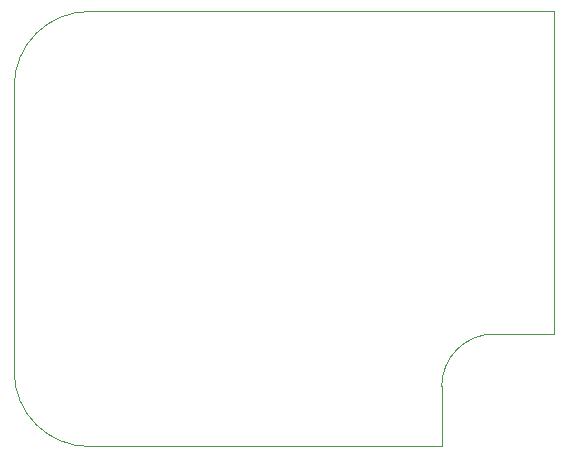
<source format=gbr>
G04 #@! TF.FileFunction,Profile,NP*
%FSLAX46Y46*%
G04 Gerber Fmt 4.6, Leading zero omitted, Abs format (unit mm)*
G04 Created by KiCad (PCBNEW 4.0.5) date 04/03/17 14:36:26*
%MOMM*%
%LPD*%
G01*
G04 APERTURE LIST*
%ADD10C,0.100000*%
%ADD11C,0.099822*%
G04 APERTURE END LIST*
D10*
D11*
X152400000Y-129540000D02*
G75*
G03X158750000Y-135890000I6350000J0D01*
G01*
X158750000Y-99060000D02*
G75*
G03X152400000Y-105410000I0J-6350000D01*
G01*
D10*
X198120000Y-126365000D02*
X198120000Y-99060000D01*
X193040000Y-126365000D02*
X198120000Y-126365000D01*
X188595000Y-135890000D02*
X158750000Y-135890000D01*
X188595000Y-130810000D02*
X188595000Y-135890000D01*
X193040000Y-126365000D02*
G75*
G03X188595000Y-130810000I0J-4445000D01*
G01*
X152400000Y-105410000D02*
X152400000Y-129540000D01*
X198120000Y-99060000D02*
X158750000Y-99060000D01*
M02*

</source>
